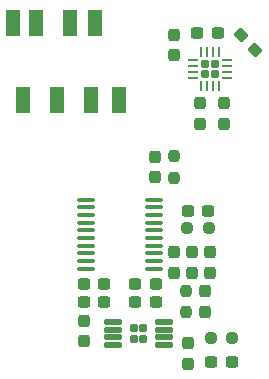
<source format=gtp>
%TF.GenerationSoftware,KiCad,Pcbnew,7.0.5*%
%TF.CreationDate,2025-04-30T23:03:42+08:00*%
%TF.ProjectId,audio-test-board,61756469-6f2d-4746-9573-742d626f6172,rev?*%
%TF.SameCoordinates,Original*%
%TF.FileFunction,Paste,Top*%
%TF.FilePolarity,Positive*%
%FSLAX46Y46*%
G04 Gerber Fmt 4.6, Leading zero omitted, Abs format (unit mm)*
G04 Created by KiCad (PCBNEW 7.0.5) date 2025-04-30 23:03:42*
%MOMM*%
%LPD*%
G01*
G04 APERTURE LIST*
G04 Aperture macros list*
%AMRoundRect*
0 Rectangle with rounded corners*
0 $1 Rounding radius*
0 $2 $3 $4 $5 $6 $7 $8 $9 X,Y pos of 4 corners*
0 Add a 4 corners polygon primitive as box body*
4,1,4,$2,$3,$4,$5,$6,$7,$8,$9,$2,$3,0*
0 Add four circle primitives for the rounded corners*
1,1,$1+$1,$2,$3*
1,1,$1+$1,$4,$5*
1,1,$1+$1,$6,$7*
1,1,$1+$1,$8,$9*
0 Add four rect primitives between the rounded corners*
20,1,$1+$1,$2,$3,$4,$5,0*
20,1,$1+$1,$4,$5,$6,$7,0*
20,1,$1+$1,$6,$7,$8,$9,0*
20,1,$1+$1,$8,$9,$2,$3,0*%
G04 Aperture macros list end*
%ADD10RoundRect,0.157500X0.157500X0.222500X-0.157500X0.222500X-0.157500X-0.222500X0.157500X-0.222500X0*%
%ADD11RoundRect,0.125000X0.600000X0.125000X-0.600000X0.125000X-0.600000X-0.125000X0.600000X-0.125000X0*%
%ADD12RoundRect,0.237500X-0.237500X0.300000X-0.237500X-0.300000X0.237500X-0.300000X0.237500X0.300000X0*%
%ADD13RoundRect,0.237500X0.237500X-0.300000X0.237500X0.300000X-0.237500X0.300000X-0.237500X-0.300000X0*%
%ADD14RoundRect,0.237500X-0.250000X-0.237500X0.250000X-0.237500X0.250000X0.237500X-0.250000X0.237500X0*%
%ADD15RoundRect,0.237500X-0.300000X-0.237500X0.300000X-0.237500X0.300000X0.237500X-0.300000X0.237500X0*%
%ADD16RoundRect,0.237500X0.250000X0.237500X-0.250000X0.237500X-0.250000X-0.237500X0.250000X-0.237500X0*%
%ADD17R,1.200000X2.300000*%
%ADD18RoundRect,0.237500X0.300000X0.237500X-0.300000X0.237500X-0.300000X-0.237500X0.300000X-0.237500X0*%
%ADD19RoundRect,0.237500X-0.237500X0.250000X-0.237500X-0.250000X0.237500X-0.250000X0.237500X0.250000X0*%
%ADD20RoundRect,0.237500X-0.380070X0.044194X0.044194X-0.380070X0.380070X-0.044194X-0.044194X0.380070X0*%
%ADD21RoundRect,0.170000X0.170000X0.170000X-0.170000X0.170000X-0.170000X-0.170000X0.170000X-0.170000X0*%
%ADD22RoundRect,0.062500X0.350000X0.062500X-0.350000X0.062500X-0.350000X-0.062500X0.350000X-0.062500X0*%
%ADD23RoundRect,0.062500X0.062500X0.350000X-0.062500X0.350000X-0.062500X-0.350000X0.062500X-0.350000X0*%
%ADD24RoundRect,0.100000X0.637500X0.100000X-0.637500X0.100000X-0.637500X-0.100000X0.637500X-0.100000X0*%
G04 APERTURE END LIST*
D10*
%TO.C,U3*%
X171046800Y-124013600D03*
X171046800Y-124953600D03*
X171826800Y-124013600D03*
X171826800Y-124953600D03*
D11*
X169286800Y-125458600D03*
X169286800Y-124808600D03*
X169286800Y-124158600D03*
X169286800Y-123508600D03*
X173586800Y-123508600D03*
X173586800Y-124158600D03*
X173586800Y-124808600D03*
X173586800Y-125458600D03*
%TD*%
D12*
%TO.C,C3*%
X175586800Y-125321100D03*
X175586800Y-127046100D03*
%TD*%
D13*
%TO.C,C6*%
X176636800Y-106746100D03*
X176636800Y-105021100D03*
%TD*%
D14*
%TO.C,R3*%
X175524300Y-115553600D03*
X177349300Y-115553600D03*
%TD*%
D15*
%TO.C,C17*%
X166786800Y-120333600D03*
X168511800Y-120333600D03*
%TD*%
D16*
%TO.C,R2*%
X179349300Y-124883600D03*
X177524300Y-124883600D03*
%TD*%
D17*
%TO.C,J2*%
X167436800Y-104697600D03*
X165636800Y-98197600D03*
X164536800Y-104697600D03*
X162736800Y-98197600D03*
X161636800Y-104697600D03*
X160836800Y-98197600D03*
X169736800Y-104697600D03*
X167736800Y-98197600D03*
%TD*%
D12*
%TO.C,C4*%
X166836800Y-123421100D03*
X166836800Y-125146100D03*
%TD*%
%TO.C,C18*%
X175936800Y-117621100D03*
X175936800Y-119346100D03*
%TD*%
%TO.C,C13*%
X172796799Y-109529974D03*
X172796799Y-111254974D03*
%TD*%
D18*
%TO.C,C1*%
X179299300Y-126883600D03*
X177574300Y-126883600D03*
%TD*%
D19*
%TO.C,R1*%
X175436800Y-120883600D03*
X175436800Y-122708600D03*
%TD*%
D15*
%TO.C,C15*%
X166786800Y-121833600D03*
X168511800Y-121833600D03*
%TD*%
D13*
%TO.C,C14*%
X174436800Y-119346100D03*
X174436800Y-117621100D03*
%TD*%
D18*
%TO.C,C12*%
X177299300Y-114093600D03*
X175574300Y-114093600D03*
%TD*%
%TO.C,C8*%
X178119300Y-99083600D03*
X176394300Y-99083600D03*
%TD*%
D20*
%TO.C,C7*%
X180067040Y-99263840D03*
X181286800Y-100483600D03*
%TD*%
D18*
%TO.C,C11*%
X172882732Y-120333600D03*
X171157732Y-120333600D03*
%TD*%
D12*
%TO.C,C16*%
X177436800Y-117621100D03*
X177436800Y-119346100D03*
%TD*%
D19*
%TO.C,R4*%
X174396799Y-109479974D03*
X174396799Y-111304974D03*
%TD*%
D21*
%TO.C,U2*%
X177876800Y-102503600D03*
X177876800Y-101663600D03*
X177036800Y-102503600D03*
X177036800Y-101663600D03*
D22*
X178919300Y-102833600D03*
X178919300Y-102333600D03*
X178919300Y-101833600D03*
X178919300Y-101333600D03*
D23*
X178206800Y-100621100D03*
X177706800Y-100621100D03*
X177206800Y-100621100D03*
X176706800Y-100621100D03*
D22*
X175994300Y-101333600D03*
X175994300Y-101833600D03*
X175994300Y-102333600D03*
X175994300Y-102833600D03*
D23*
X176706800Y-103546100D03*
X177206800Y-103546100D03*
X177706800Y-103546100D03*
X178206800Y-103546100D03*
%TD*%
D18*
%TO.C,C10*%
X172882732Y-121833600D03*
X171157732Y-121833600D03*
%TD*%
D24*
%TO.C,U1*%
X172699300Y-119008600D03*
X172699300Y-118358600D03*
X172699300Y-117708600D03*
X172699300Y-117058600D03*
X172699300Y-116408600D03*
X172699300Y-115758600D03*
X172699300Y-115108600D03*
X172699300Y-114458600D03*
X172699300Y-113808600D03*
X172699300Y-113158600D03*
X166974300Y-113158600D03*
X166974300Y-113808600D03*
X166974300Y-114458600D03*
X166974300Y-115108600D03*
X166974300Y-115758600D03*
X166974300Y-116408600D03*
X166974300Y-117058600D03*
X166974300Y-117708600D03*
X166974300Y-118358600D03*
X166974300Y-119008600D03*
%TD*%
D13*
%TO.C,C2*%
X177036800Y-122658600D03*
X177036800Y-120933600D03*
%TD*%
%TO.C,C9*%
X174436800Y-100946100D03*
X174436800Y-99221100D03*
%TD*%
%TO.C,C5*%
X178636800Y-106746100D03*
X178636800Y-105021100D03*
%TD*%
M02*

</source>
